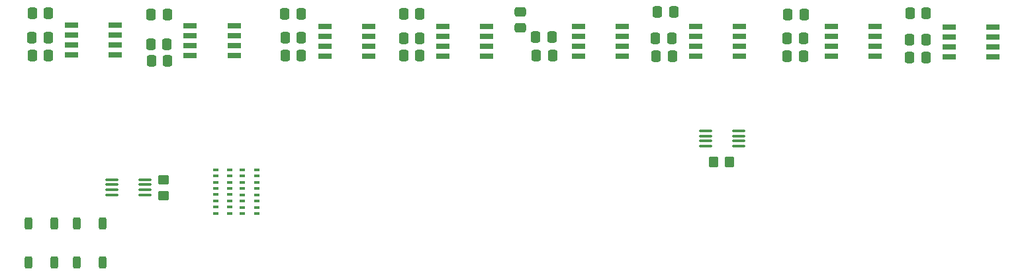
<source format=gbr>
%TF.GenerationSoftware,KiCad,Pcbnew,8.0.3*%
%TF.CreationDate,2025-06-04T12:00:17-07:00*%
%TF.ProjectId,Power_Distribution,506f7765-725f-4446-9973-747269627574,rev?*%
%TF.SameCoordinates,Original*%
%TF.FileFunction,Paste,Top*%
%TF.FilePolarity,Positive*%
%FSLAX46Y46*%
G04 Gerber Fmt 4.6, Leading zero omitted, Abs format (unit mm)*
G04 Created by KiCad (PCBNEW 8.0.3) date 2025-06-04 12:00:17*
%MOMM*%
%LPD*%
G01*
G04 APERTURE LIST*
G04 Aperture macros list*
%AMRoundRect*
0 Rectangle with rounded corners*
0 $1 Rounding radius*
0 $2 $3 $4 $5 $6 $7 $8 $9 X,Y pos of 4 corners*
0 Add a 4 corners polygon primitive as box body*
4,1,4,$2,$3,$4,$5,$6,$7,$8,$9,$2,$3,0*
0 Add four circle primitives for the rounded corners*
1,1,$1+$1,$2,$3*
1,1,$1+$1,$4,$5*
1,1,$1+$1,$6,$7*
1,1,$1+$1,$8,$9*
0 Add four rect primitives between the rounded corners*
20,1,$1+$1,$2,$3,$4,$5,0*
20,1,$1+$1,$4,$5,$6,$7,0*
20,1,$1+$1,$6,$7,$8,$9,0*
20,1,$1+$1,$8,$9,$2,$3,0*%
G04 Aperture macros list end*
%ADD10R,1.750000X0.650000*%
%ADD11RoundRect,0.250000X0.337500X0.475000X-0.337500X0.475000X-0.337500X-0.475000X0.337500X-0.475000X0*%
%ADD12RoundRect,0.250000X-0.450000X0.350000X-0.450000X-0.350000X0.450000X-0.350000X0.450000X0.350000X0*%
%ADD13RoundRect,0.100000X-0.712500X-0.100000X0.712500X-0.100000X0.712500X0.100000X-0.712500X0.100000X0*%
%ADD14RoundRect,0.250000X-0.475000X0.337500X-0.475000X-0.337500X0.475000X-0.337500X0.475000X0.337500X0*%
%ADD15RoundRect,0.250000X0.250000X-0.550000X0.250000X0.550000X-0.250000X0.550000X-0.250000X-0.550000X0*%
%ADD16R,0.711200X0.457200*%
%ADD17RoundRect,0.250000X0.350000X0.450000X-0.350000X0.450000X-0.350000X-0.450000X0.350000X-0.450000X0*%
G04 APERTURE END LIST*
D10*
%TO.C,IC5*%
X141669200Y-84429600D03*
X141669200Y-83159600D03*
X141669200Y-81889600D03*
X141669200Y-80619600D03*
X136069200Y-80619600D03*
X136069200Y-81889600D03*
X136069200Y-83159600D03*
X136069200Y-84429600D03*
%TD*%
D11*
%TO.C,Cf1*%
X197887500Y-82346800D03*
X195812500Y-82346800D03*
%TD*%
D10*
%TO.C,IC7*%
X109372400Y-84378800D03*
X109372400Y-83108800D03*
X109372400Y-81838800D03*
X109372400Y-80568800D03*
X103772400Y-80568800D03*
X103772400Y-81838800D03*
X103772400Y-83108800D03*
X103772400Y-84378800D03*
%TD*%
D12*
%TO.C,R1*%
X100320000Y-100310000D03*
X100320000Y-102310000D03*
%TD*%
D11*
%TO.C,Cf3*%
X117979100Y-82092800D03*
X115904100Y-82092800D03*
%TD*%
%TO.C,Cf8*%
X85619500Y-82092800D03*
X83544500Y-82092800D03*
%TD*%
D13*
%TO.C,U2*%
X169675000Y-94020000D03*
X169675000Y-94670000D03*
X169675000Y-95320000D03*
X169675000Y-95970000D03*
X173900000Y-95970000D03*
X173900000Y-95320000D03*
X173900000Y-94670000D03*
X173900000Y-94020000D03*
%TD*%
D11*
%TO.C,Cb6*%
X165447800Y-84480400D03*
X163372800Y-84480400D03*
%TD*%
%TO.C,Cf11*%
X165617500Y-78790000D03*
X163542500Y-78790000D03*
%TD*%
D14*
%TO.C,Cf12*%
X146000000Y-78762500D03*
X146000000Y-80837500D03*
%TD*%
D11*
%TO.C,Cb2*%
X182211800Y-84429600D03*
X180136800Y-84429600D03*
%TD*%
%TO.C,Cb1*%
X197887500Y-84632800D03*
X195812500Y-84632800D03*
%TD*%
%TO.C,Cf7*%
X150033900Y-82042000D03*
X147958900Y-82042000D03*
%TD*%
D10*
%TO.C,IC6*%
X126581600Y-84429600D03*
X126581600Y-83159600D03*
X126581600Y-81889600D03*
X126581600Y-80619600D03*
X120981600Y-80619600D03*
X120981600Y-81889600D03*
X120981600Y-83159600D03*
X120981600Y-84429600D03*
%TD*%
%TO.C,IC4*%
X159054800Y-84480400D03*
X159054800Y-83210400D03*
X159054800Y-81940400D03*
X159054800Y-80670400D03*
X153454800Y-80670400D03*
X153454800Y-81940400D03*
X153454800Y-83210400D03*
X153454800Y-84480400D03*
%TD*%
D11*
%TO.C,Cb7*%
X150135500Y-84378800D03*
X148060500Y-84378800D03*
%TD*%
%TO.C,Cf14*%
X117962500Y-79025000D03*
X115887500Y-79025000D03*
%TD*%
%TO.C,Cf2*%
X182190300Y-82194400D03*
X180115300Y-82194400D03*
%TD*%
D15*
%TO.C,LED1*%
X83060000Y-110850000D03*
X86360000Y-110850000D03*
X83060000Y-105850000D03*
X86360000Y-105850000D03*
%TD*%
D16*
%TO.C,R3*%
X107012700Y-99001201D03*
X107012700Y-99801201D03*
X107012700Y-100601200D03*
X107012700Y-101401201D03*
X107012700Y-102201199D03*
X107012700Y-103001200D03*
X107012700Y-103801201D03*
X107012700Y-104601199D03*
X108816100Y-104601199D03*
X108816100Y-103801199D03*
X108816100Y-103001200D03*
X108816100Y-102201199D03*
X108816100Y-101401201D03*
X108816100Y-100601200D03*
X108816100Y-99801199D03*
X108816100Y-99001201D03*
%TD*%
D11*
%TO.C,Cf13*%
X133137500Y-79075000D03*
X131062500Y-79075000D03*
%TD*%
D15*
%TO.C,LED2*%
X89290000Y-110850000D03*
X92590000Y-110850000D03*
X89290000Y-105850000D03*
X92590000Y-105850000D03*
%TD*%
D11*
%TO.C,Cf10*%
X182270000Y-79140000D03*
X180195000Y-79140000D03*
%TD*%
%TO.C,Cb8*%
X85641000Y-84378800D03*
X83566000Y-84378800D03*
%TD*%
D13*
%TO.C,U1*%
X93767500Y-100260000D03*
X93767500Y-100910000D03*
X93767500Y-101560000D03*
X93767500Y-102210000D03*
X97992500Y-102210000D03*
X97992500Y-101560000D03*
X97992500Y-100910000D03*
X97992500Y-100260000D03*
%TD*%
D11*
%TO.C,Cb5*%
X133139000Y-84378800D03*
X131064000Y-84378800D03*
%TD*%
D10*
%TO.C,IC2*%
X191351600Y-84480400D03*
X191351600Y-83210400D03*
X191351600Y-81940400D03*
X191351600Y-80670400D03*
X185751600Y-80670400D03*
X185751600Y-81940400D03*
X185751600Y-83210400D03*
X185751600Y-84480400D03*
%TD*%
D11*
%TO.C,Cf4*%
X100808700Y-82905600D03*
X98733700Y-82905600D03*
%TD*%
%TO.C,Cf15*%
X100837500Y-79125000D03*
X98762500Y-79125000D03*
%TD*%
D10*
%TO.C,IC1*%
X206451200Y-84582000D03*
X206451200Y-83312000D03*
X206451200Y-82042000D03*
X206451200Y-80772000D03*
X200851200Y-80772000D03*
X200851200Y-82042000D03*
X200851200Y-83312000D03*
X200851200Y-84582000D03*
%TD*%
D11*
%TO.C,Cf16*%
X85637500Y-79000000D03*
X83562500Y-79000000D03*
%TD*%
D17*
%TO.C,R2*%
X172750000Y-97980000D03*
X170750000Y-97980000D03*
%TD*%
D11*
%TO.C,Cf9*%
X197920000Y-79000000D03*
X195845000Y-79000000D03*
%TD*%
D10*
%TO.C,IC8*%
X94171200Y-84328000D03*
X94171200Y-83058000D03*
X94171200Y-81788000D03*
X94171200Y-80518000D03*
X88571200Y-80518000D03*
X88571200Y-81788000D03*
X88571200Y-83058000D03*
X88571200Y-84328000D03*
%TD*%
D11*
%TO.C,Cb3*%
X117979100Y-84378800D03*
X115904100Y-84378800D03*
%TD*%
D16*
%TO.C,R4*%
X110464600Y-99022002D03*
X110464600Y-99822002D03*
X110464600Y-100622001D03*
X110464600Y-101422002D03*
X110464600Y-102222000D03*
X110464600Y-103022001D03*
X110464600Y-103822002D03*
X110464600Y-104622000D03*
X112268000Y-104622000D03*
X112268000Y-103822000D03*
X112268000Y-103022001D03*
X112268000Y-102222000D03*
X112268000Y-101422002D03*
X112268000Y-100622001D03*
X112268000Y-99822000D03*
X112268000Y-99022002D03*
%TD*%
D10*
%TO.C,IC3*%
X174040800Y-84480400D03*
X174040800Y-83210400D03*
X174040800Y-81940400D03*
X174040800Y-80670400D03*
X168440800Y-80670400D03*
X168440800Y-81940400D03*
X168440800Y-83210400D03*
X168440800Y-84480400D03*
%TD*%
D11*
%TO.C,Cb4*%
X100881000Y-85039200D03*
X98806000Y-85039200D03*
%TD*%
%TO.C,Cf5*%
X133139000Y-82143600D03*
X131064000Y-82143600D03*
%TD*%
%TO.C,Cf6*%
X165375500Y-82143600D03*
X163300500Y-82143600D03*
%TD*%
M02*

</source>
